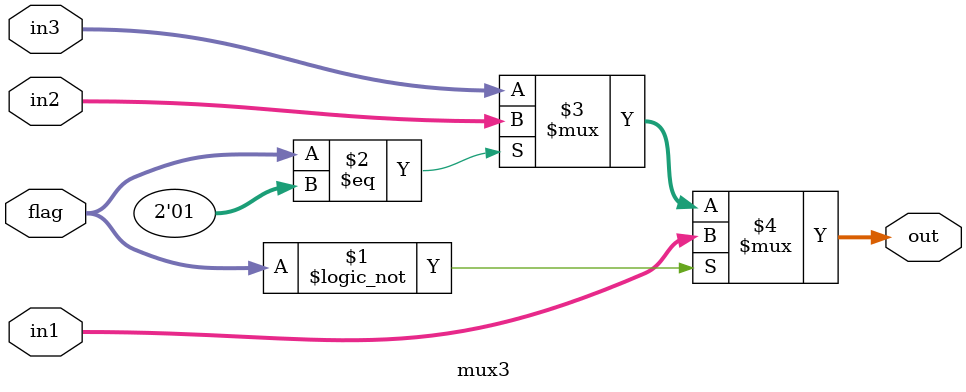
<source format=v>
module mux3
#(parameter WIDTH = 32)
(flag, in1, in2, in3, out);

input wire [2:0] flag;
input wire [WIDTH-1:0] in1;
input wire [WIDTH-1:0] in2;
input wire [WIDTH-1:0] in3;

output wire [WIDTH-1:0] out;

assign out = (flag == 2'b00) ? in1 :
             (flag == 2'b01) ? in2 :
             in3;  // Default case if input_signal is not 00 or 01

endmodule

</source>
